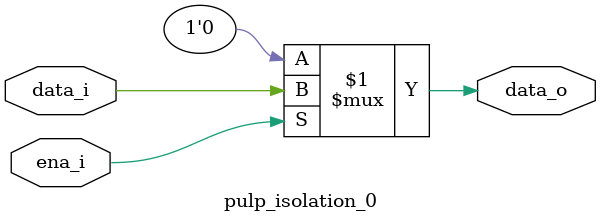
<source format=sv>

module pulp_isolation_0
(
  input  logic data_i,
  input  logic ena_i,
  output logic data_o
);
 
  assign data_o = ena_i ? data_i : 1'b0;
   
endmodule
</source>
